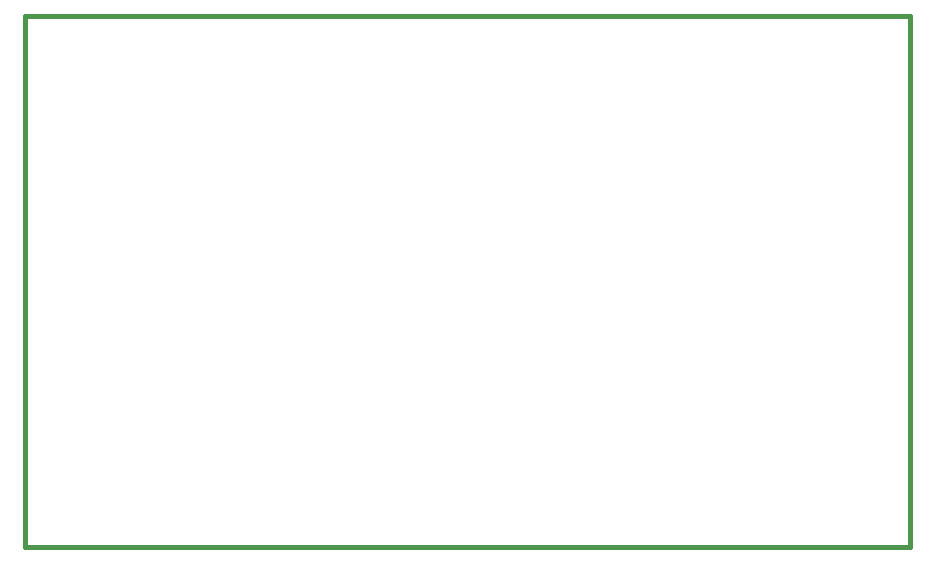
<source format=gko>
%FSLAX33Y33*%
%MOMM*%
%ADD10C,0.381*%
D10*
%LNpath-0*%
G01*
X0Y0D02*
X75000Y0D01*
X75000Y45000*
X0Y45000*
X0Y0*
%LNmechanical details_traces*%
M02*
</source>
